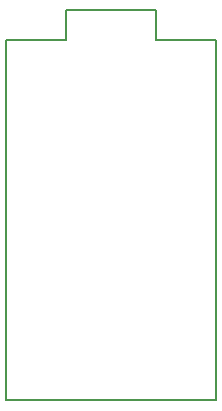
<source format=gbr>
%TF.GenerationSoftware,KiCad,Pcbnew,(5.1.9)-1*%
%TF.CreationDate,2021-05-08T00:28:14+09:00*%
%TF.ProjectId,EncKiboard_V2,456e634b-6962-46f6-9172-645f56322e6b,rev?*%
%TF.SameCoordinates,Original*%
%TF.FileFunction,Legend,Bot*%
%TF.FilePolarity,Positive*%
%FSLAX46Y46*%
G04 Gerber Fmt 4.6, Leading zero omitted, Abs format (unit mm)*
G04 Created by KiCad (PCBNEW (5.1.9)-1) date 2021-05-08 00:28:14*
%MOMM*%
%LPD*%
G01*
G04 APERTURE LIST*
%ADD10C,0.150000*%
G04 APERTURE END LIST*
D10*
%TO.C,U0*%
X128270000Y-99060000D02*
X110490000Y-99060000D01*
X110490000Y-99060000D02*
X110490000Y-68580000D01*
X110490000Y-68580000D02*
X115570000Y-68580000D01*
X115570000Y-68580000D02*
X115570000Y-66040000D01*
X115570000Y-66040000D02*
X123190000Y-66040000D01*
X123190000Y-66040000D02*
X123190000Y-68580000D01*
X123190000Y-68580000D02*
X128270000Y-68580000D01*
X128270000Y-68580000D02*
X128270000Y-99060000D01*
%TD*%
M02*

</source>
